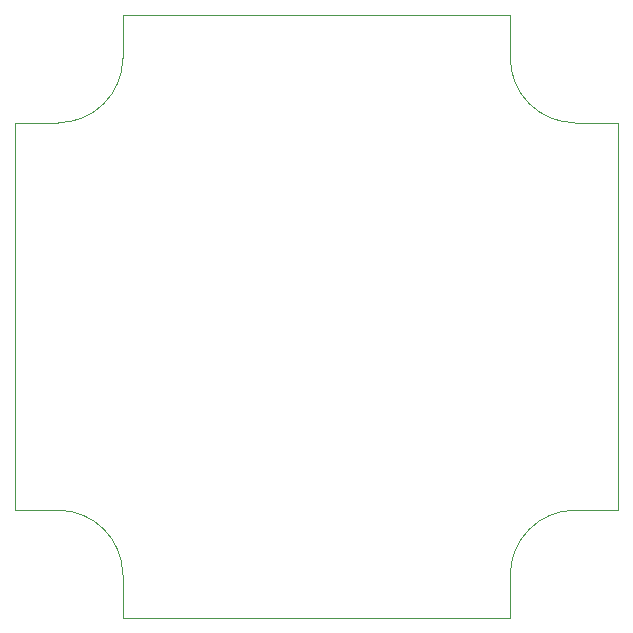
<source format=gm1>
G04 #@! TF.GenerationSoftware,KiCad,Pcbnew,8.0.2*
G04 #@! TF.CreationDate,2024-08-16T15:41:43+09:00*
G04 #@! TF.ProjectId,compatible_chan-v0-led,636f6d70-6174-4696-926c-655f6368616e,rev?*
G04 #@! TF.SameCoordinates,Original*
G04 #@! TF.FileFunction,Profile,NP*
%FSLAX46Y46*%
G04 Gerber Fmt 4.6, Leading zero omitted, Abs format (unit mm)*
G04 Created by KiCad (PCBNEW 8.0.2) date 2024-08-16 15:41:43*
%MOMM*%
%LPD*%
G01*
G04 APERTURE LIST*
G04 #@! TA.AperFunction,Profile*
%ADD10C,0.050000*%
G04 #@! TD*
G04 APERTURE END LIST*
D10*
X69500000Y-54100000D02*
X73100000Y-54100000D01*
X73100000Y-86900000D02*
G75*
G02*
X78600000Y-92400000I0J-5500000D01*
G01*
X111400000Y-92400000D02*
X111400000Y-96000000D01*
X69500000Y-86900000D02*
X69500000Y-54100000D01*
X78600000Y-96000000D02*
X111400000Y-96000000D01*
X78600000Y-48600000D02*
X78600000Y-45000000D01*
X78600000Y-45000000D02*
X111400000Y-45000000D01*
X78600000Y-48600000D02*
G75*
G02*
X73100000Y-54100000I-5500000J0D01*
G01*
X78600000Y-92400000D02*
X78600000Y-96000000D01*
X111400000Y-45000000D02*
X111400000Y-48600000D01*
X111400000Y-92400000D02*
G75*
G02*
X116900000Y-86900000I5500000J0D01*
G01*
X73100000Y-86900000D02*
X69500000Y-86900000D01*
X116900000Y-54100000D02*
X120500000Y-54100000D01*
X116900000Y-54100000D02*
G75*
G02*
X111400000Y-48600000I0J5500000D01*
G01*
X120500000Y-54100000D02*
X120500000Y-86900000D01*
X116900000Y-86900000D02*
X120500000Y-86900000D01*
M02*

</source>
